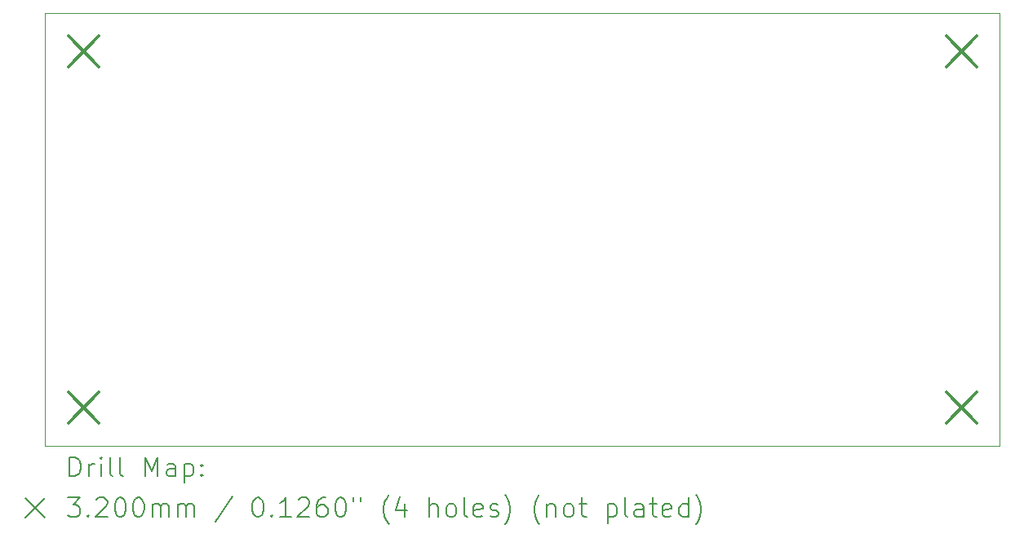
<source format=gbr>
%TF.GenerationSoftware,KiCad,Pcbnew,7.0.5-7.0.5~ubuntu23.04.1*%
%TF.CreationDate,2023-07-09T19:01:43+02:00*%
%TF.ProjectId,omega-pico,6f6d6567-612d-4706-9963-6f2e6b696361,rev?*%
%TF.SameCoordinates,Original*%
%TF.FileFunction,Drillmap*%
%TF.FilePolarity,Positive*%
%FSLAX45Y45*%
G04 Gerber Fmt 4.5, Leading zero omitted, Abs format (unit mm)*
G04 Created by KiCad (PCBNEW 7.0.5-7.0.5~ubuntu23.04.1) date 2023-07-09 19:01:43*
%MOMM*%
%LPD*%
G01*
G04 APERTURE LIST*
%ADD10C,0.100000*%
%ADD11C,0.200000*%
%ADD12C,0.320000*%
G04 APERTURE END LIST*
D10*
X6758100Y-6281070D02*
X16658100Y-6281070D01*
X16658100Y-10774200D01*
X6758100Y-10774200D01*
X6758100Y-6281070D01*
D11*
D12*
X6998100Y-6514200D02*
X7318100Y-6834200D01*
X7318100Y-6514200D02*
X6998100Y-6834200D01*
X6998100Y-10214200D02*
X7318100Y-10534200D01*
X7318100Y-10214200D02*
X6998100Y-10534200D01*
X16108700Y-6514200D02*
X16428700Y-6834200D01*
X16428700Y-6514200D02*
X16108700Y-6834200D01*
X16108700Y-10214200D02*
X16428700Y-10534200D01*
X16428700Y-10214200D02*
X16108700Y-10534200D01*
D11*
X7013877Y-11090684D02*
X7013877Y-10890684D01*
X7013877Y-10890684D02*
X7061496Y-10890684D01*
X7061496Y-10890684D02*
X7090067Y-10900208D01*
X7090067Y-10900208D02*
X7109115Y-10919255D01*
X7109115Y-10919255D02*
X7118639Y-10938303D01*
X7118639Y-10938303D02*
X7128162Y-10976398D01*
X7128162Y-10976398D02*
X7128162Y-11004970D01*
X7128162Y-11004970D02*
X7118639Y-11043065D01*
X7118639Y-11043065D02*
X7109115Y-11062112D01*
X7109115Y-11062112D02*
X7090067Y-11081160D01*
X7090067Y-11081160D02*
X7061496Y-11090684D01*
X7061496Y-11090684D02*
X7013877Y-11090684D01*
X7213877Y-11090684D02*
X7213877Y-10957350D01*
X7213877Y-10995446D02*
X7223401Y-10976398D01*
X7223401Y-10976398D02*
X7232924Y-10966874D01*
X7232924Y-10966874D02*
X7251972Y-10957350D01*
X7251972Y-10957350D02*
X7271020Y-10957350D01*
X7337686Y-11090684D02*
X7337686Y-10957350D01*
X7337686Y-10890684D02*
X7328162Y-10900208D01*
X7328162Y-10900208D02*
X7337686Y-10909731D01*
X7337686Y-10909731D02*
X7347210Y-10900208D01*
X7347210Y-10900208D02*
X7337686Y-10890684D01*
X7337686Y-10890684D02*
X7337686Y-10909731D01*
X7461496Y-11090684D02*
X7442448Y-11081160D01*
X7442448Y-11081160D02*
X7432924Y-11062112D01*
X7432924Y-11062112D02*
X7432924Y-10890684D01*
X7566258Y-11090684D02*
X7547210Y-11081160D01*
X7547210Y-11081160D02*
X7537686Y-11062112D01*
X7537686Y-11062112D02*
X7537686Y-10890684D01*
X7794829Y-11090684D02*
X7794829Y-10890684D01*
X7794829Y-10890684D02*
X7861496Y-11033541D01*
X7861496Y-11033541D02*
X7928162Y-10890684D01*
X7928162Y-10890684D02*
X7928162Y-11090684D01*
X8109115Y-11090684D02*
X8109115Y-10985922D01*
X8109115Y-10985922D02*
X8099591Y-10966874D01*
X8099591Y-10966874D02*
X8080543Y-10957350D01*
X8080543Y-10957350D02*
X8042448Y-10957350D01*
X8042448Y-10957350D02*
X8023401Y-10966874D01*
X8109115Y-11081160D02*
X8090067Y-11090684D01*
X8090067Y-11090684D02*
X8042448Y-11090684D01*
X8042448Y-11090684D02*
X8023401Y-11081160D01*
X8023401Y-11081160D02*
X8013877Y-11062112D01*
X8013877Y-11062112D02*
X8013877Y-11043065D01*
X8013877Y-11043065D02*
X8023401Y-11024017D01*
X8023401Y-11024017D02*
X8042448Y-11014493D01*
X8042448Y-11014493D02*
X8090067Y-11014493D01*
X8090067Y-11014493D02*
X8109115Y-11004970D01*
X8204353Y-10957350D02*
X8204353Y-11157350D01*
X8204353Y-10966874D02*
X8223401Y-10957350D01*
X8223401Y-10957350D02*
X8261496Y-10957350D01*
X8261496Y-10957350D02*
X8280543Y-10966874D01*
X8280543Y-10966874D02*
X8290067Y-10976398D01*
X8290067Y-10976398D02*
X8299591Y-10995446D01*
X8299591Y-10995446D02*
X8299591Y-11052589D01*
X8299591Y-11052589D02*
X8290067Y-11071636D01*
X8290067Y-11071636D02*
X8280543Y-11081160D01*
X8280543Y-11081160D02*
X8261496Y-11090684D01*
X8261496Y-11090684D02*
X8223401Y-11090684D01*
X8223401Y-11090684D02*
X8204353Y-11081160D01*
X8385305Y-11071636D02*
X8394829Y-11081160D01*
X8394829Y-11081160D02*
X8385305Y-11090684D01*
X8385305Y-11090684D02*
X8375782Y-11081160D01*
X8375782Y-11081160D02*
X8385305Y-11071636D01*
X8385305Y-11071636D02*
X8385305Y-11090684D01*
X8385305Y-10966874D02*
X8394829Y-10976398D01*
X8394829Y-10976398D02*
X8385305Y-10985922D01*
X8385305Y-10985922D02*
X8375782Y-10976398D01*
X8375782Y-10976398D02*
X8385305Y-10966874D01*
X8385305Y-10966874D02*
X8385305Y-10985922D01*
X6553100Y-11319200D02*
X6753100Y-11519200D01*
X6753100Y-11319200D02*
X6553100Y-11519200D01*
X6994829Y-11310684D02*
X7118639Y-11310684D01*
X7118639Y-11310684D02*
X7051972Y-11386874D01*
X7051972Y-11386874D02*
X7080543Y-11386874D01*
X7080543Y-11386874D02*
X7099591Y-11396398D01*
X7099591Y-11396398D02*
X7109115Y-11405922D01*
X7109115Y-11405922D02*
X7118639Y-11424969D01*
X7118639Y-11424969D02*
X7118639Y-11472588D01*
X7118639Y-11472588D02*
X7109115Y-11491636D01*
X7109115Y-11491636D02*
X7099591Y-11501160D01*
X7099591Y-11501160D02*
X7080543Y-11510684D01*
X7080543Y-11510684D02*
X7023401Y-11510684D01*
X7023401Y-11510684D02*
X7004353Y-11501160D01*
X7004353Y-11501160D02*
X6994829Y-11491636D01*
X7204353Y-11491636D02*
X7213877Y-11501160D01*
X7213877Y-11501160D02*
X7204353Y-11510684D01*
X7204353Y-11510684D02*
X7194829Y-11501160D01*
X7194829Y-11501160D02*
X7204353Y-11491636D01*
X7204353Y-11491636D02*
X7204353Y-11510684D01*
X7290067Y-11329731D02*
X7299591Y-11320208D01*
X7299591Y-11320208D02*
X7318639Y-11310684D01*
X7318639Y-11310684D02*
X7366258Y-11310684D01*
X7366258Y-11310684D02*
X7385305Y-11320208D01*
X7385305Y-11320208D02*
X7394829Y-11329731D01*
X7394829Y-11329731D02*
X7404353Y-11348779D01*
X7404353Y-11348779D02*
X7404353Y-11367827D01*
X7404353Y-11367827D02*
X7394829Y-11396398D01*
X7394829Y-11396398D02*
X7280543Y-11510684D01*
X7280543Y-11510684D02*
X7404353Y-11510684D01*
X7528162Y-11310684D02*
X7547210Y-11310684D01*
X7547210Y-11310684D02*
X7566258Y-11320208D01*
X7566258Y-11320208D02*
X7575782Y-11329731D01*
X7575782Y-11329731D02*
X7585305Y-11348779D01*
X7585305Y-11348779D02*
X7594829Y-11386874D01*
X7594829Y-11386874D02*
X7594829Y-11434493D01*
X7594829Y-11434493D02*
X7585305Y-11472588D01*
X7585305Y-11472588D02*
X7575782Y-11491636D01*
X7575782Y-11491636D02*
X7566258Y-11501160D01*
X7566258Y-11501160D02*
X7547210Y-11510684D01*
X7547210Y-11510684D02*
X7528162Y-11510684D01*
X7528162Y-11510684D02*
X7509115Y-11501160D01*
X7509115Y-11501160D02*
X7499591Y-11491636D01*
X7499591Y-11491636D02*
X7490067Y-11472588D01*
X7490067Y-11472588D02*
X7480543Y-11434493D01*
X7480543Y-11434493D02*
X7480543Y-11386874D01*
X7480543Y-11386874D02*
X7490067Y-11348779D01*
X7490067Y-11348779D02*
X7499591Y-11329731D01*
X7499591Y-11329731D02*
X7509115Y-11320208D01*
X7509115Y-11320208D02*
X7528162Y-11310684D01*
X7718639Y-11310684D02*
X7737686Y-11310684D01*
X7737686Y-11310684D02*
X7756734Y-11320208D01*
X7756734Y-11320208D02*
X7766258Y-11329731D01*
X7766258Y-11329731D02*
X7775782Y-11348779D01*
X7775782Y-11348779D02*
X7785305Y-11386874D01*
X7785305Y-11386874D02*
X7785305Y-11434493D01*
X7785305Y-11434493D02*
X7775782Y-11472588D01*
X7775782Y-11472588D02*
X7766258Y-11491636D01*
X7766258Y-11491636D02*
X7756734Y-11501160D01*
X7756734Y-11501160D02*
X7737686Y-11510684D01*
X7737686Y-11510684D02*
X7718639Y-11510684D01*
X7718639Y-11510684D02*
X7699591Y-11501160D01*
X7699591Y-11501160D02*
X7690067Y-11491636D01*
X7690067Y-11491636D02*
X7680543Y-11472588D01*
X7680543Y-11472588D02*
X7671020Y-11434493D01*
X7671020Y-11434493D02*
X7671020Y-11386874D01*
X7671020Y-11386874D02*
X7680543Y-11348779D01*
X7680543Y-11348779D02*
X7690067Y-11329731D01*
X7690067Y-11329731D02*
X7699591Y-11320208D01*
X7699591Y-11320208D02*
X7718639Y-11310684D01*
X7871020Y-11510684D02*
X7871020Y-11377350D01*
X7871020Y-11396398D02*
X7880543Y-11386874D01*
X7880543Y-11386874D02*
X7899591Y-11377350D01*
X7899591Y-11377350D02*
X7928163Y-11377350D01*
X7928163Y-11377350D02*
X7947210Y-11386874D01*
X7947210Y-11386874D02*
X7956734Y-11405922D01*
X7956734Y-11405922D02*
X7956734Y-11510684D01*
X7956734Y-11405922D02*
X7966258Y-11386874D01*
X7966258Y-11386874D02*
X7985305Y-11377350D01*
X7985305Y-11377350D02*
X8013877Y-11377350D01*
X8013877Y-11377350D02*
X8032924Y-11386874D01*
X8032924Y-11386874D02*
X8042448Y-11405922D01*
X8042448Y-11405922D02*
X8042448Y-11510684D01*
X8137686Y-11510684D02*
X8137686Y-11377350D01*
X8137686Y-11396398D02*
X8147210Y-11386874D01*
X8147210Y-11386874D02*
X8166258Y-11377350D01*
X8166258Y-11377350D02*
X8194829Y-11377350D01*
X8194829Y-11377350D02*
X8213877Y-11386874D01*
X8213877Y-11386874D02*
X8223401Y-11405922D01*
X8223401Y-11405922D02*
X8223401Y-11510684D01*
X8223401Y-11405922D02*
X8232924Y-11386874D01*
X8232924Y-11386874D02*
X8251972Y-11377350D01*
X8251972Y-11377350D02*
X8280543Y-11377350D01*
X8280543Y-11377350D02*
X8299591Y-11386874D01*
X8299591Y-11386874D02*
X8309115Y-11405922D01*
X8309115Y-11405922D02*
X8309115Y-11510684D01*
X8699591Y-11301160D02*
X8528163Y-11558303D01*
X8956734Y-11310684D02*
X8975782Y-11310684D01*
X8975782Y-11310684D02*
X8994829Y-11320208D01*
X8994829Y-11320208D02*
X9004353Y-11329731D01*
X9004353Y-11329731D02*
X9013877Y-11348779D01*
X9013877Y-11348779D02*
X9023401Y-11386874D01*
X9023401Y-11386874D02*
X9023401Y-11434493D01*
X9023401Y-11434493D02*
X9013877Y-11472588D01*
X9013877Y-11472588D02*
X9004353Y-11491636D01*
X9004353Y-11491636D02*
X8994829Y-11501160D01*
X8994829Y-11501160D02*
X8975782Y-11510684D01*
X8975782Y-11510684D02*
X8956734Y-11510684D01*
X8956734Y-11510684D02*
X8937687Y-11501160D01*
X8937687Y-11501160D02*
X8928163Y-11491636D01*
X8928163Y-11491636D02*
X8918639Y-11472588D01*
X8918639Y-11472588D02*
X8909115Y-11434493D01*
X8909115Y-11434493D02*
X8909115Y-11386874D01*
X8909115Y-11386874D02*
X8918639Y-11348779D01*
X8918639Y-11348779D02*
X8928163Y-11329731D01*
X8928163Y-11329731D02*
X8937687Y-11320208D01*
X8937687Y-11320208D02*
X8956734Y-11310684D01*
X9109115Y-11491636D02*
X9118639Y-11501160D01*
X9118639Y-11501160D02*
X9109115Y-11510684D01*
X9109115Y-11510684D02*
X9099591Y-11501160D01*
X9099591Y-11501160D02*
X9109115Y-11491636D01*
X9109115Y-11491636D02*
X9109115Y-11510684D01*
X9309115Y-11510684D02*
X9194829Y-11510684D01*
X9251972Y-11510684D02*
X9251972Y-11310684D01*
X9251972Y-11310684D02*
X9232925Y-11339255D01*
X9232925Y-11339255D02*
X9213877Y-11358303D01*
X9213877Y-11358303D02*
X9194829Y-11367827D01*
X9385306Y-11329731D02*
X9394829Y-11320208D01*
X9394829Y-11320208D02*
X9413877Y-11310684D01*
X9413877Y-11310684D02*
X9461496Y-11310684D01*
X9461496Y-11310684D02*
X9480544Y-11320208D01*
X9480544Y-11320208D02*
X9490068Y-11329731D01*
X9490068Y-11329731D02*
X9499591Y-11348779D01*
X9499591Y-11348779D02*
X9499591Y-11367827D01*
X9499591Y-11367827D02*
X9490068Y-11396398D01*
X9490068Y-11396398D02*
X9375782Y-11510684D01*
X9375782Y-11510684D02*
X9499591Y-11510684D01*
X9671020Y-11310684D02*
X9632925Y-11310684D01*
X9632925Y-11310684D02*
X9613877Y-11320208D01*
X9613877Y-11320208D02*
X9604353Y-11329731D01*
X9604353Y-11329731D02*
X9585306Y-11358303D01*
X9585306Y-11358303D02*
X9575782Y-11396398D01*
X9575782Y-11396398D02*
X9575782Y-11472588D01*
X9575782Y-11472588D02*
X9585306Y-11491636D01*
X9585306Y-11491636D02*
X9594829Y-11501160D01*
X9594829Y-11501160D02*
X9613877Y-11510684D01*
X9613877Y-11510684D02*
X9651972Y-11510684D01*
X9651972Y-11510684D02*
X9671020Y-11501160D01*
X9671020Y-11501160D02*
X9680544Y-11491636D01*
X9680544Y-11491636D02*
X9690068Y-11472588D01*
X9690068Y-11472588D02*
X9690068Y-11424969D01*
X9690068Y-11424969D02*
X9680544Y-11405922D01*
X9680544Y-11405922D02*
X9671020Y-11396398D01*
X9671020Y-11396398D02*
X9651972Y-11386874D01*
X9651972Y-11386874D02*
X9613877Y-11386874D01*
X9613877Y-11386874D02*
X9594829Y-11396398D01*
X9594829Y-11396398D02*
X9585306Y-11405922D01*
X9585306Y-11405922D02*
X9575782Y-11424969D01*
X9813877Y-11310684D02*
X9832925Y-11310684D01*
X9832925Y-11310684D02*
X9851972Y-11320208D01*
X9851972Y-11320208D02*
X9861496Y-11329731D01*
X9861496Y-11329731D02*
X9871020Y-11348779D01*
X9871020Y-11348779D02*
X9880544Y-11386874D01*
X9880544Y-11386874D02*
X9880544Y-11434493D01*
X9880544Y-11434493D02*
X9871020Y-11472588D01*
X9871020Y-11472588D02*
X9861496Y-11491636D01*
X9861496Y-11491636D02*
X9851972Y-11501160D01*
X9851972Y-11501160D02*
X9832925Y-11510684D01*
X9832925Y-11510684D02*
X9813877Y-11510684D01*
X9813877Y-11510684D02*
X9794829Y-11501160D01*
X9794829Y-11501160D02*
X9785306Y-11491636D01*
X9785306Y-11491636D02*
X9775782Y-11472588D01*
X9775782Y-11472588D02*
X9766258Y-11434493D01*
X9766258Y-11434493D02*
X9766258Y-11386874D01*
X9766258Y-11386874D02*
X9775782Y-11348779D01*
X9775782Y-11348779D02*
X9785306Y-11329731D01*
X9785306Y-11329731D02*
X9794829Y-11320208D01*
X9794829Y-11320208D02*
X9813877Y-11310684D01*
X9956734Y-11310684D02*
X9956734Y-11348779D01*
X10032925Y-11310684D02*
X10032925Y-11348779D01*
X10328163Y-11586874D02*
X10318639Y-11577350D01*
X10318639Y-11577350D02*
X10299591Y-11548779D01*
X10299591Y-11548779D02*
X10290068Y-11529731D01*
X10290068Y-11529731D02*
X10280544Y-11501160D01*
X10280544Y-11501160D02*
X10271020Y-11453541D01*
X10271020Y-11453541D02*
X10271020Y-11415446D01*
X10271020Y-11415446D02*
X10280544Y-11367827D01*
X10280544Y-11367827D02*
X10290068Y-11339255D01*
X10290068Y-11339255D02*
X10299591Y-11320208D01*
X10299591Y-11320208D02*
X10318639Y-11291636D01*
X10318639Y-11291636D02*
X10328163Y-11282112D01*
X10490068Y-11377350D02*
X10490068Y-11510684D01*
X10442449Y-11301160D02*
X10394830Y-11444017D01*
X10394830Y-11444017D02*
X10518639Y-11444017D01*
X10747211Y-11510684D02*
X10747211Y-11310684D01*
X10832925Y-11510684D02*
X10832925Y-11405922D01*
X10832925Y-11405922D02*
X10823401Y-11386874D01*
X10823401Y-11386874D02*
X10804353Y-11377350D01*
X10804353Y-11377350D02*
X10775782Y-11377350D01*
X10775782Y-11377350D02*
X10756734Y-11386874D01*
X10756734Y-11386874D02*
X10747211Y-11396398D01*
X10956734Y-11510684D02*
X10937687Y-11501160D01*
X10937687Y-11501160D02*
X10928163Y-11491636D01*
X10928163Y-11491636D02*
X10918639Y-11472588D01*
X10918639Y-11472588D02*
X10918639Y-11415446D01*
X10918639Y-11415446D02*
X10928163Y-11396398D01*
X10928163Y-11396398D02*
X10937687Y-11386874D01*
X10937687Y-11386874D02*
X10956734Y-11377350D01*
X10956734Y-11377350D02*
X10985306Y-11377350D01*
X10985306Y-11377350D02*
X11004353Y-11386874D01*
X11004353Y-11386874D02*
X11013877Y-11396398D01*
X11013877Y-11396398D02*
X11023401Y-11415446D01*
X11023401Y-11415446D02*
X11023401Y-11472588D01*
X11023401Y-11472588D02*
X11013877Y-11491636D01*
X11013877Y-11491636D02*
X11004353Y-11501160D01*
X11004353Y-11501160D02*
X10985306Y-11510684D01*
X10985306Y-11510684D02*
X10956734Y-11510684D01*
X11137687Y-11510684D02*
X11118639Y-11501160D01*
X11118639Y-11501160D02*
X11109115Y-11482112D01*
X11109115Y-11482112D02*
X11109115Y-11310684D01*
X11290068Y-11501160D02*
X11271020Y-11510684D01*
X11271020Y-11510684D02*
X11232925Y-11510684D01*
X11232925Y-11510684D02*
X11213877Y-11501160D01*
X11213877Y-11501160D02*
X11204353Y-11482112D01*
X11204353Y-11482112D02*
X11204353Y-11405922D01*
X11204353Y-11405922D02*
X11213877Y-11386874D01*
X11213877Y-11386874D02*
X11232925Y-11377350D01*
X11232925Y-11377350D02*
X11271020Y-11377350D01*
X11271020Y-11377350D02*
X11290068Y-11386874D01*
X11290068Y-11386874D02*
X11299591Y-11405922D01*
X11299591Y-11405922D02*
X11299591Y-11424969D01*
X11299591Y-11424969D02*
X11204353Y-11444017D01*
X11375782Y-11501160D02*
X11394830Y-11510684D01*
X11394830Y-11510684D02*
X11432925Y-11510684D01*
X11432925Y-11510684D02*
X11451972Y-11501160D01*
X11451972Y-11501160D02*
X11461496Y-11482112D01*
X11461496Y-11482112D02*
X11461496Y-11472588D01*
X11461496Y-11472588D02*
X11451972Y-11453541D01*
X11451972Y-11453541D02*
X11432925Y-11444017D01*
X11432925Y-11444017D02*
X11404353Y-11444017D01*
X11404353Y-11444017D02*
X11385306Y-11434493D01*
X11385306Y-11434493D02*
X11375782Y-11415446D01*
X11375782Y-11415446D02*
X11375782Y-11405922D01*
X11375782Y-11405922D02*
X11385306Y-11386874D01*
X11385306Y-11386874D02*
X11404353Y-11377350D01*
X11404353Y-11377350D02*
X11432925Y-11377350D01*
X11432925Y-11377350D02*
X11451972Y-11386874D01*
X11528163Y-11586874D02*
X11537687Y-11577350D01*
X11537687Y-11577350D02*
X11556734Y-11548779D01*
X11556734Y-11548779D02*
X11566258Y-11529731D01*
X11566258Y-11529731D02*
X11575782Y-11501160D01*
X11575782Y-11501160D02*
X11585306Y-11453541D01*
X11585306Y-11453541D02*
X11585306Y-11415446D01*
X11585306Y-11415446D02*
X11575782Y-11367827D01*
X11575782Y-11367827D02*
X11566258Y-11339255D01*
X11566258Y-11339255D02*
X11556734Y-11320208D01*
X11556734Y-11320208D02*
X11537687Y-11291636D01*
X11537687Y-11291636D02*
X11528163Y-11282112D01*
X11890068Y-11586874D02*
X11880544Y-11577350D01*
X11880544Y-11577350D02*
X11861496Y-11548779D01*
X11861496Y-11548779D02*
X11851972Y-11529731D01*
X11851972Y-11529731D02*
X11842449Y-11501160D01*
X11842449Y-11501160D02*
X11832925Y-11453541D01*
X11832925Y-11453541D02*
X11832925Y-11415446D01*
X11832925Y-11415446D02*
X11842449Y-11367827D01*
X11842449Y-11367827D02*
X11851972Y-11339255D01*
X11851972Y-11339255D02*
X11861496Y-11320208D01*
X11861496Y-11320208D02*
X11880544Y-11291636D01*
X11880544Y-11291636D02*
X11890068Y-11282112D01*
X11966258Y-11377350D02*
X11966258Y-11510684D01*
X11966258Y-11396398D02*
X11975782Y-11386874D01*
X11975782Y-11386874D02*
X11994830Y-11377350D01*
X11994830Y-11377350D02*
X12023401Y-11377350D01*
X12023401Y-11377350D02*
X12042449Y-11386874D01*
X12042449Y-11386874D02*
X12051972Y-11405922D01*
X12051972Y-11405922D02*
X12051972Y-11510684D01*
X12175782Y-11510684D02*
X12156734Y-11501160D01*
X12156734Y-11501160D02*
X12147211Y-11491636D01*
X12147211Y-11491636D02*
X12137687Y-11472588D01*
X12137687Y-11472588D02*
X12137687Y-11415446D01*
X12137687Y-11415446D02*
X12147211Y-11396398D01*
X12147211Y-11396398D02*
X12156734Y-11386874D01*
X12156734Y-11386874D02*
X12175782Y-11377350D01*
X12175782Y-11377350D02*
X12204353Y-11377350D01*
X12204353Y-11377350D02*
X12223401Y-11386874D01*
X12223401Y-11386874D02*
X12232925Y-11396398D01*
X12232925Y-11396398D02*
X12242449Y-11415446D01*
X12242449Y-11415446D02*
X12242449Y-11472588D01*
X12242449Y-11472588D02*
X12232925Y-11491636D01*
X12232925Y-11491636D02*
X12223401Y-11501160D01*
X12223401Y-11501160D02*
X12204353Y-11510684D01*
X12204353Y-11510684D02*
X12175782Y-11510684D01*
X12299592Y-11377350D02*
X12375782Y-11377350D01*
X12328163Y-11310684D02*
X12328163Y-11482112D01*
X12328163Y-11482112D02*
X12337687Y-11501160D01*
X12337687Y-11501160D02*
X12356734Y-11510684D01*
X12356734Y-11510684D02*
X12375782Y-11510684D01*
X12594830Y-11377350D02*
X12594830Y-11577350D01*
X12594830Y-11386874D02*
X12613877Y-11377350D01*
X12613877Y-11377350D02*
X12651973Y-11377350D01*
X12651973Y-11377350D02*
X12671020Y-11386874D01*
X12671020Y-11386874D02*
X12680544Y-11396398D01*
X12680544Y-11396398D02*
X12690068Y-11415446D01*
X12690068Y-11415446D02*
X12690068Y-11472588D01*
X12690068Y-11472588D02*
X12680544Y-11491636D01*
X12680544Y-11491636D02*
X12671020Y-11501160D01*
X12671020Y-11501160D02*
X12651973Y-11510684D01*
X12651973Y-11510684D02*
X12613877Y-11510684D01*
X12613877Y-11510684D02*
X12594830Y-11501160D01*
X12804353Y-11510684D02*
X12785306Y-11501160D01*
X12785306Y-11501160D02*
X12775782Y-11482112D01*
X12775782Y-11482112D02*
X12775782Y-11310684D01*
X12966258Y-11510684D02*
X12966258Y-11405922D01*
X12966258Y-11405922D02*
X12956734Y-11386874D01*
X12956734Y-11386874D02*
X12937687Y-11377350D01*
X12937687Y-11377350D02*
X12899592Y-11377350D01*
X12899592Y-11377350D02*
X12880544Y-11386874D01*
X12966258Y-11501160D02*
X12947211Y-11510684D01*
X12947211Y-11510684D02*
X12899592Y-11510684D01*
X12899592Y-11510684D02*
X12880544Y-11501160D01*
X12880544Y-11501160D02*
X12871020Y-11482112D01*
X12871020Y-11482112D02*
X12871020Y-11463065D01*
X12871020Y-11463065D02*
X12880544Y-11444017D01*
X12880544Y-11444017D02*
X12899592Y-11434493D01*
X12899592Y-11434493D02*
X12947211Y-11434493D01*
X12947211Y-11434493D02*
X12966258Y-11424969D01*
X13032925Y-11377350D02*
X13109115Y-11377350D01*
X13061496Y-11310684D02*
X13061496Y-11482112D01*
X13061496Y-11482112D02*
X13071020Y-11501160D01*
X13071020Y-11501160D02*
X13090068Y-11510684D01*
X13090068Y-11510684D02*
X13109115Y-11510684D01*
X13251973Y-11501160D02*
X13232925Y-11510684D01*
X13232925Y-11510684D02*
X13194830Y-11510684D01*
X13194830Y-11510684D02*
X13175782Y-11501160D01*
X13175782Y-11501160D02*
X13166258Y-11482112D01*
X13166258Y-11482112D02*
X13166258Y-11405922D01*
X13166258Y-11405922D02*
X13175782Y-11386874D01*
X13175782Y-11386874D02*
X13194830Y-11377350D01*
X13194830Y-11377350D02*
X13232925Y-11377350D01*
X13232925Y-11377350D02*
X13251973Y-11386874D01*
X13251973Y-11386874D02*
X13261496Y-11405922D01*
X13261496Y-11405922D02*
X13261496Y-11424969D01*
X13261496Y-11424969D02*
X13166258Y-11444017D01*
X13432925Y-11510684D02*
X13432925Y-11310684D01*
X13432925Y-11501160D02*
X13413877Y-11510684D01*
X13413877Y-11510684D02*
X13375782Y-11510684D01*
X13375782Y-11510684D02*
X13356734Y-11501160D01*
X13356734Y-11501160D02*
X13347211Y-11491636D01*
X13347211Y-11491636D02*
X13337687Y-11472588D01*
X13337687Y-11472588D02*
X13337687Y-11415446D01*
X13337687Y-11415446D02*
X13347211Y-11396398D01*
X13347211Y-11396398D02*
X13356734Y-11386874D01*
X13356734Y-11386874D02*
X13375782Y-11377350D01*
X13375782Y-11377350D02*
X13413877Y-11377350D01*
X13413877Y-11377350D02*
X13432925Y-11386874D01*
X13509115Y-11586874D02*
X13518639Y-11577350D01*
X13518639Y-11577350D02*
X13537687Y-11548779D01*
X13537687Y-11548779D02*
X13547211Y-11529731D01*
X13547211Y-11529731D02*
X13556734Y-11501160D01*
X13556734Y-11501160D02*
X13566258Y-11453541D01*
X13566258Y-11453541D02*
X13566258Y-11415446D01*
X13566258Y-11415446D02*
X13556734Y-11367827D01*
X13556734Y-11367827D02*
X13547211Y-11339255D01*
X13547211Y-11339255D02*
X13537687Y-11320208D01*
X13537687Y-11320208D02*
X13518639Y-11291636D01*
X13518639Y-11291636D02*
X13509115Y-11282112D01*
M02*

</source>
